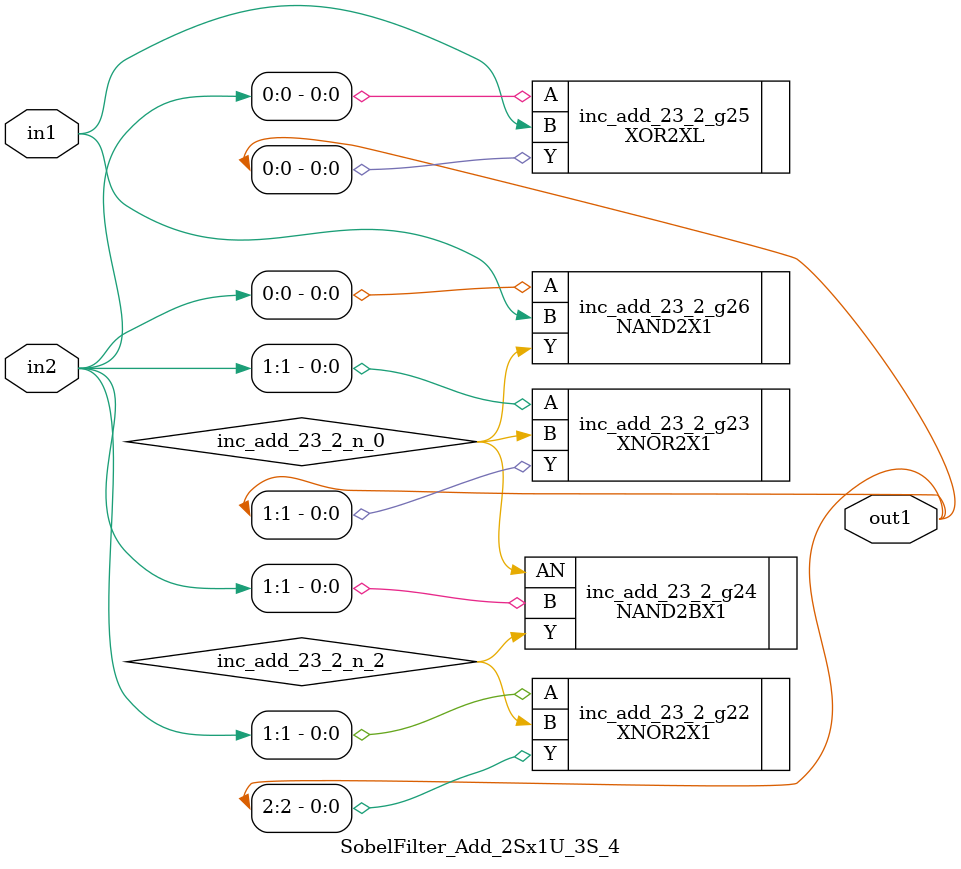
<source format=v>
`timescale 1ps / 1ps


module SobelFilter_Add_2Sx1U_3S_4(in2, in1, out1);
  input [1:0] in2;
  input in1;
  output [2:0] out1;
  wire [1:0] in2;
  wire in1;
  wire [2:0] out1;
  wire inc_add_23_2_n_0, inc_add_23_2_n_2;
  XNOR2X1 inc_add_23_2_g22(.A (in2[1]), .B (inc_add_23_2_n_2), .Y
       (out1[2]));
  XNOR2X1 inc_add_23_2_g23(.A (in2[1]), .B (inc_add_23_2_n_0), .Y
       (out1[1]));
  NAND2BX1 inc_add_23_2_g24(.AN (inc_add_23_2_n_0), .B (in2[1]), .Y
       (inc_add_23_2_n_2));
  XOR2XL inc_add_23_2_g25(.A (in2[0]), .B (in1), .Y (out1[0]));
  NAND2X1 inc_add_23_2_g26(.A (in2[0]), .B (in1), .Y
       (inc_add_23_2_n_0));
endmodule



</source>
